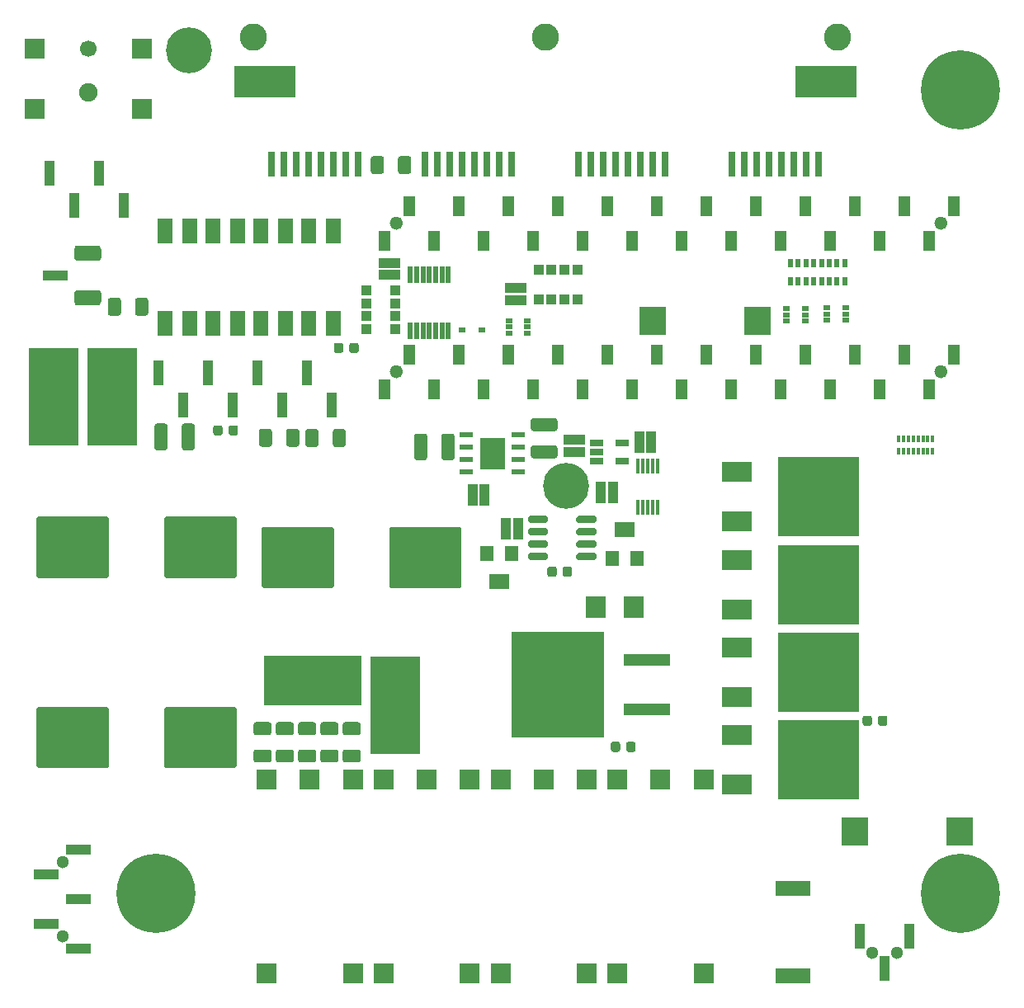
<source format=gbr>
%TF.GenerationSoftware,KiCad,Pcbnew,(5.1.6)-1*%
%TF.CreationDate,2020-09-14T21:14:26-07:00*%
%TF.ProjectId,Four Channel MHz LED Driver,466f7572-2043-4686-916e-6e656c204d48,rev?*%
%TF.SameCoordinates,Original*%
%TF.FileFunction,Soldermask,Top*%
%TF.FilePolarity,Negative*%
%FSLAX46Y46*%
G04 Gerber Fmt 4.6, Leading zero omitted, Abs format (unit mm)*
G04 Created by KiCad (PCBNEW (5.1.6)-1) date 2020-09-14 21:14:26*
%MOMM*%
%LPD*%
G01*
G04 APERTURE LIST*
%ADD10C,0.100000*%
%ADD11C,0.010000*%
%ADD12R,2.100000X2.100000*%
%ADD13C,1.900000*%
%ADD14C,1.700000*%
%ADD15C,4.720000*%
%ADD16R,0.550000X0.900000*%
%ADD17R,1.000000X1.000000*%
%ADD18C,8.100000*%
%ADD19R,1.100000X2.610000*%
%ADD20C,1.290000*%
%ADD21R,1.600000X2.600000*%
%ADD22R,0.380000X1.570000*%
%ADD23R,1.000000X2.270000*%
%ADD24R,2.610000X1.100000*%
%ADD25R,3.100000X2.100000*%
%ADD26R,8.300000X8.100000*%
%ADD27R,0.510000X1.670000*%
%ADD28R,2.270000X1.000000*%
%ADD29R,2.055800X2.259000*%
%ADD30R,0.700000X0.550000*%
%ADD31R,2.700000X2.900000*%
%ADD32R,0.354000X0.785800*%
%ADD33R,1.370000X1.649400*%
%ADD34R,2.106600X1.649400*%
%ADD35C,1.300000*%
%ADD36R,1.471600X0.582600*%
%ADD37R,2.513000X3.300400*%
%ADD38R,1.320000X0.750000*%
%ADD39R,9.500000X10.900000*%
%ADD40R,4.700000X1.200000*%
%ADD41C,2.790000*%
%ADD42R,6.320000X3.280000*%
%ADD43R,0.660000X2.640000*%
%ADD44R,0.750000X0.500000*%
%ADD45R,3.600000X1.600000*%
%ADD46R,5.100000X10.100000*%
%ADD47R,10.100000X5.100000*%
G04 APERTURE END LIST*
D10*
%TO.C,U12*%
X76226000Y-45168000D02*
G75*
G03*
X76226000Y-45168000I-646000J0D01*
G01*
D11*
G36*
X104229000Y-45943000D02*
G01*
X105351000Y-45943000D01*
X105351000Y-47950000D01*
X104229000Y-47950000D01*
X104229000Y-45943000D01*
G37*
X104229000Y-45943000D02*
X105351000Y-45943000D01*
X105351000Y-47950000D01*
X104229000Y-47950000D01*
X104229000Y-45943000D01*
G36*
X129629000Y-45943000D02*
G01*
X130751000Y-45943000D01*
X130751000Y-47950000D01*
X129629000Y-47950000D01*
X129629000Y-45943000D01*
G37*
X129629000Y-45943000D02*
X130751000Y-45943000D01*
X130751000Y-47950000D01*
X129629000Y-47950000D01*
X129629000Y-45943000D01*
G36*
X127089000Y-42387000D02*
G01*
X128211000Y-42387000D01*
X128211000Y-44394000D01*
X127089000Y-44394000D01*
X127089000Y-42387000D01*
G37*
X127089000Y-42387000D02*
X128211000Y-42387000D01*
X128211000Y-44394000D01*
X127089000Y-44394000D01*
X127089000Y-42387000D01*
G36*
X114389000Y-45943000D02*
G01*
X115511000Y-45943000D01*
X115511000Y-47950000D01*
X114389000Y-47950000D01*
X114389000Y-45943000D01*
G37*
X114389000Y-45943000D02*
X115511000Y-45943000D01*
X115511000Y-47950000D01*
X114389000Y-47950000D01*
X114389000Y-45943000D01*
G36*
X119469000Y-45943000D02*
G01*
X120591000Y-45943000D01*
X120591000Y-47950000D01*
X119469000Y-47950000D01*
X119469000Y-45943000D01*
G37*
X119469000Y-45943000D02*
X120591000Y-45943000D01*
X120591000Y-47950000D01*
X119469000Y-47950000D01*
X119469000Y-45943000D01*
G36*
X109309000Y-45943000D02*
G01*
X110431000Y-45943000D01*
X110431000Y-47950000D01*
X109309000Y-47950000D01*
X109309000Y-45943000D01*
G37*
X109309000Y-45943000D02*
X110431000Y-45943000D01*
X110431000Y-47950000D01*
X109309000Y-47950000D01*
X109309000Y-45943000D01*
G36*
X124549000Y-45943000D02*
G01*
X125671000Y-45943000D01*
X125671000Y-47950000D01*
X124549000Y-47950000D01*
X124549000Y-45943000D01*
G37*
X124549000Y-45943000D02*
X125671000Y-45943000D01*
X125671000Y-47950000D01*
X124549000Y-47950000D01*
X124549000Y-45943000D01*
G36*
X94069000Y-45943000D02*
G01*
X95191000Y-45943000D01*
X95191000Y-47950000D01*
X94069000Y-47950000D01*
X94069000Y-45943000D01*
G37*
X94069000Y-45943000D02*
X95191000Y-45943000D01*
X95191000Y-47950000D01*
X94069000Y-47950000D01*
X94069000Y-45943000D01*
G36*
X99149000Y-45943000D02*
G01*
X100271000Y-45943000D01*
X100271000Y-47950000D01*
X99149000Y-47950000D01*
X99149000Y-45943000D01*
G37*
X99149000Y-45943000D02*
X100271000Y-45943000D01*
X100271000Y-47950000D01*
X99149000Y-47950000D01*
X99149000Y-45943000D01*
D10*
X132106000Y-45168000D02*
G75*
G03*
X132106000Y-45168000I-646000J0D01*
G01*
D11*
G36*
X91529000Y-42387000D02*
G01*
X92651000Y-42387000D01*
X92651000Y-44394000D01*
X91529000Y-44394000D01*
X91529000Y-42387000D01*
G37*
X91529000Y-42387000D02*
X92651000Y-42387000D01*
X92651000Y-44394000D01*
X91529000Y-44394000D01*
X91529000Y-42387000D01*
G36*
X111849000Y-42387000D02*
G01*
X112971000Y-42387000D01*
X112971000Y-44394000D01*
X111849000Y-44394000D01*
X111849000Y-42387000D01*
G37*
X111849000Y-42387000D02*
X112971000Y-42387000D01*
X112971000Y-44394000D01*
X111849000Y-44394000D01*
X111849000Y-42387000D01*
G36*
X132169000Y-42387000D02*
G01*
X133291000Y-42387000D01*
X133291000Y-44394000D01*
X132169000Y-44394000D01*
X132169000Y-42387000D01*
G37*
X132169000Y-42387000D02*
X133291000Y-42387000D01*
X133291000Y-44394000D01*
X132169000Y-44394000D01*
X132169000Y-42387000D01*
G36*
X106769000Y-42387000D02*
G01*
X107891000Y-42387000D01*
X107891000Y-44394000D01*
X106769000Y-44394000D01*
X106769000Y-42387000D01*
G37*
X106769000Y-42387000D02*
X107891000Y-42387000D01*
X107891000Y-44394000D01*
X106769000Y-44394000D01*
X106769000Y-42387000D01*
G36*
X116929000Y-42387000D02*
G01*
X118051000Y-42387000D01*
X118051000Y-44394000D01*
X116929000Y-44394000D01*
X116929000Y-42387000D01*
G37*
X116929000Y-42387000D02*
X118051000Y-42387000D01*
X118051000Y-44394000D01*
X116929000Y-44394000D01*
X116929000Y-42387000D01*
G36*
X122009000Y-42387000D02*
G01*
X123131000Y-42387000D01*
X123131000Y-44394000D01*
X122009000Y-44394000D01*
X122009000Y-42387000D01*
G37*
X122009000Y-42387000D02*
X123131000Y-42387000D01*
X123131000Y-44394000D01*
X122009000Y-44394000D01*
X122009000Y-42387000D01*
G36*
X96609000Y-42387000D02*
G01*
X97731000Y-42387000D01*
X97731000Y-44394000D01*
X96609000Y-44394000D01*
X96609000Y-42387000D01*
G37*
X96609000Y-42387000D02*
X97731000Y-42387000D01*
X97731000Y-44394000D01*
X96609000Y-44394000D01*
X96609000Y-42387000D01*
G36*
X101689000Y-42387000D02*
G01*
X102811000Y-42387000D01*
X102811000Y-44394000D01*
X101689000Y-44394000D01*
X101689000Y-42387000D01*
G37*
X101689000Y-42387000D02*
X102811000Y-42387000D01*
X102811000Y-44394000D01*
X101689000Y-44394000D01*
X101689000Y-42387000D01*
G36*
X81369000Y-42387000D02*
G01*
X82491000Y-42387000D01*
X82491000Y-44394000D01*
X81369000Y-44394000D01*
X81369000Y-42387000D01*
G37*
X81369000Y-42387000D02*
X82491000Y-42387000D01*
X82491000Y-44394000D01*
X81369000Y-44394000D01*
X81369000Y-42387000D01*
G36*
X78829000Y-45943000D02*
G01*
X79951000Y-45943000D01*
X79951000Y-47950000D01*
X78829000Y-47950000D01*
X78829000Y-45943000D01*
G37*
X78829000Y-45943000D02*
X79951000Y-45943000D01*
X79951000Y-47950000D01*
X78829000Y-47950000D01*
X78829000Y-45943000D01*
G36*
X73749000Y-45943000D02*
G01*
X74871000Y-45943000D01*
X74871000Y-47950000D01*
X73749000Y-47950000D01*
X73749000Y-45943000D01*
G37*
X73749000Y-45943000D02*
X74871000Y-45943000D01*
X74871000Y-47950000D01*
X73749000Y-47950000D01*
X73749000Y-45943000D01*
G36*
X88989000Y-45943000D02*
G01*
X90111000Y-45943000D01*
X90111000Y-47950000D01*
X88989000Y-47950000D01*
X88989000Y-45943000D01*
G37*
X88989000Y-45943000D02*
X90111000Y-45943000D01*
X90111000Y-47950000D01*
X88989000Y-47950000D01*
X88989000Y-45943000D01*
G36*
X76289000Y-42387000D02*
G01*
X77411000Y-42387000D01*
X77411000Y-44394000D01*
X76289000Y-44394000D01*
X76289000Y-42387000D01*
G37*
X76289000Y-42387000D02*
X77411000Y-42387000D01*
X77411000Y-44394000D01*
X76289000Y-44394000D01*
X76289000Y-42387000D01*
G36*
X83909000Y-45943000D02*
G01*
X85031000Y-45943000D01*
X85031000Y-47950000D01*
X83909000Y-47950000D01*
X83909000Y-45943000D01*
G37*
X83909000Y-45943000D02*
X85031000Y-45943000D01*
X85031000Y-47950000D01*
X83909000Y-47950000D01*
X83909000Y-45943000D01*
G36*
X86449000Y-42387000D02*
G01*
X87571000Y-42387000D01*
X87571000Y-44394000D01*
X86449000Y-44394000D01*
X86449000Y-42387000D01*
G37*
X86449000Y-42387000D02*
X87571000Y-42387000D01*
X87571000Y-44394000D01*
X86449000Y-44394000D01*
X86449000Y-42387000D01*
D10*
X76226000Y-60408000D02*
G75*
G03*
X76226000Y-60408000I-646000J0D01*
G01*
X132106000Y-60408000D02*
G75*
G03*
X132106000Y-60408000I-646000J0D01*
G01*
D11*
G36*
X132169000Y-57627000D02*
G01*
X133291000Y-57627000D01*
X133291000Y-59634000D01*
X132169000Y-59634000D01*
X132169000Y-57627000D01*
G37*
X132169000Y-57627000D02*
X133291000Y-57627000D01*
X133291000Y-59634000D01*
X132169000Y-59634000D01*
X132169000Y-57627000D01*
G36*
X129629000Y-61183000D02*
G01*
X130751000Y-61183000D01*
X130751000Y-63190000D01*
X129629000Y-63190000D01*
X129629000Y-61183000D01*
G37*
X129629000Y-61183000D02*
X130751000Y-61183000D01*
X130751000Y-63190000D01*
X129629000Y-63190000D01*
X129629000Y-61183000D01*
G36*
X127089000Y-57627000D02*
G01*
X128211000Y-57627000D01*
X128211000Y-59634000D01*
X127089000Y-59634000D01*
X127089000Y-57627000D01*
G37*
X127089000Y-57627000D02*
X128211000Y-57627000D01*
X128211000Y-59634000D01*
X127089000Y-59634000D01*
X127089000Y-57627000D01*
G36*
X124549000Y-61183000D02*
G01*
X125671000Y-61183000D01*
X125671000Y-63190000D01*
X124549000Y-63190000D01*
X124549000Y-61183000D01*
G37*
X124549000Y-61183000D02*
X125671000Y-61183000D01*
X125671000Y-63190000D01*
X124549000Y-63190000D01*
X124549000Y-61183000D01*
G36*
X122009000Y-57627000D02*
G01*
X123131000Y-57627000D01*
X123131000Y-59634000D01*
X122009000Y-59634000D01*
X122009000Y-57627000D01*
G37*
X122009000Y-57627000D02*
X123131000Y-57627000D01*
X123131000Y-59634000D01*
X122009000Y-59634000D01*
X122009000Y-57627000D01*
G36*
X119469000Y-61183000D02*
G01*
X120591000Y-61183000D01*
X120591000Y-63190000D01*
X119469000Y-63190000D01*
X119469000Y-61183000D01*
G37*
X119469000Y-61183000D02*
X120591000Y-61183000D01*
X120591000Y-63190000D01*
X119469000Y-63190000D01*
X119469000Y-61183000D01*
G36*
X116929000Y-57627000D02*
G01*
X118051000Y-57627000D01*
X118051000Y-59634000D01*
X116929000Y-59634000D01*
X116929000Y-57627000D01*
G37*
X116929000Y-57627000D02*
X118051000Y-57627000D01*
X118051000Y-59634000D01*
X116929000Y-59634000D01*
X116929000Y-57627000D01*
G36*
X114389000Y-61183000D02*
G01*
X115511000Y-61183000D01*
X115511000Y-63190000D01*
X114389000Y-63190000D01*
X114389000Y-61183000D01*
G37*
X114389000Y-61183000D02*
X115511000Y-61183000D01*
X115511000Y-63190000D01*
X114389000Y-63190000D01*
X114389000Y-61183000D01*
G36*
X111849000Y-57627000D02*
G01*
X112971000Y-57627000D01*
X112971000Y-59634000D01*
X111849000Y-59634000D01*
X111849000Y-57627000D01*
G37*
X111849000Y-57627000D02*
X112971000Y-57627000D01*
X112971000Y-59634000D01*
X111849000Y-59634000D01*
X111849000Y-57627000D01*
G36*
X109309000Y-61183000D02*
G01*
X110431000Y-61183000D01*
X110431000Y-63190000D01*
X109309000Y-63190000D01*
X109309000Y-61183000D01*
G37*
X109309000Y-61183000D02*
X110431000Y-61183000D01*
X110431000Y-63190000D01*
X109309000Y-63190000D01*
X109309000Y-61183000D01*
G36*
X106769000Y-57627000D02*
G01*
X107891000Y-57627000D01*
X107891000Y-59634000D01*
X106769000Y-59634000D01*
X106769000Y-57627000D01*
G37*
X106769000Y-57627000D02*
X107891000Y-57627000D01*
X107891000Y-59634000D01*
X106769000Y-59634000D01*
X106769000Y-57627000D01*
G36*
X104229000Y-61183000D02*
G01*
X105351000Y-61183000D01*
X105351000Y-63190000D01*
X104229000Y-63190000D01*
X104229000Y-61183000D01*
G37*
X104229000Y-61183000D02*
X105351000Y-61183000D01*
X105351000Y-63190000D01*
X104229000Y-63190000D01*
X104229000Y-61183000D01*
G36*
X101689000Y-57627000D02*
G01*
X102811000Y-57627000D01*
X102811000Y-59634000D01*
X101689000Y-59634000D01*
X101689000Y-57627000D01*
G37*
X101689000Y-57627000D02*
X102811000Y-57627000D01*
X102811000Y-59634000D01*
X101689000Y-59634000D01*
X101689000Y-57627000D01*
G36*
X99149000Y-61183000D02*
G01*
X100271000Y-61183000D01*
X100271000Y-63190000D01*
X99149000Y-63190000D01*
X99149000Y-61183000D01*
G37*
X99149000Y-61183000D02*
X100271000Y-61183000D01*
X100271000Y-63190000D01*
X99149000Y-63190000D01*
X99149000Y-61183000D01*
G36*
X96609000Y-57627000D02*
G01*
X97731000Y-57627000D01*
X97731000Y-59634000D01*
X96609000Y-59634000D01*
X96609000Y-57627000D01*
G37*
X96609000Y-57627000D02*
X97731000Y-57627000D01*
X97731000Y-59634000D01*
X96609000Y-59634000D01*
X96609000Y-57627000D01*
G36*
X94069000Y-61183000D02*
G01*
X95191000Y-61183000D01*
X95191000Y-63190000D01*
X94069000Y-63190000D01*
X94069000Y-61183000D01*
G37*
X94069000Y-61183000D02*
X95191000Y-61183000D01*
X95191000Y-63190000D01*
X94069000Y-63190000D01*
X94069000Y-61183000D01*
G36*
X91529000Y-57627000D02*
G01*
X92651000Y-57627000D01*
X92651000Y-59634000D01*
X91529000Y-59634000D01*
X91529000Y-57627000D01*
G37*
X91529000Y-57627000D02*
X92651000Y-57627000D01*
X92651000Y-59634000D01*
X91529000Y-59634000D01*
X91529000Y-57627000D01*
G36*
X88989000Y-61183000D02*
G01*
X90111000Y-61183000D01*
X90111000Y-63190000D01*
X88989000Y-63190000D01*
X88989000Y-61183000D01*
G37*
X88989000Y-61183000D02*
X90111000Y-61183000D01*
X90111000Y-63190000D01*
X88989000Y-63190000D01*
X88989000Y-61183000D01*
G36*
X86449000Y-57627000D02*
G01*
X87571000Y-57627000D01*
X87571000Y-59634000D01*
X86449000Y-59634000D01*
X86449000Y-57627000D01*
G37*
X86449000Y-57627000D02*
X87571000Y-57627000D01*
X87571000Y-59634000D01*
X86449000Y-59634000D01*
X86449000Y-57627000D01*
G36*
X83909000Y-61183000D02*
G01*
X85031000Y-61183000D01*
X85031000Y-63190000D01*
X83909000Y-63190000D01*
X83909000Y-61183000D01*
G37*
X83909000Y-61183000D02*
X85031000Y-61183000D01*
X85031000Y-63190000D01*
X83909000Y-63190000D01*
X83909000Y-61183000D01*
G36*
X81369000Y-57627000D02*
G01*
X82491000Y-57627000D01*
X82491000Y-59634000D01*
X81369000Y-59634000D01*
X81369000Y-57627000D01*
G37*
X81369000Y-57627000D02*
X82491000Y-57627000D01*
X82491000Y-59634000D01*
X81369000Y-59634000D01*
X81369000Y-57627000D01*
G36*
X78829000Y-61183000D02*
G01*
X79951000Y-61183000D01*
X79951000Y-63190000D01*
X78829000Y-63190000D01*
X78829000Y-61183000D01*
G37*
X78829000Y-61183000D02*
X79951000Y-61183000D01*
X79951000Y-63190000D01*
X78829000Y-63190000D01*
X78829000Y-61183000D01*
G36*
X76289000Y-57627000D02*
G01*
X77411000Y-57627000D01*
X77411000Y-59634000D01*
X76289000Y-59634000D01*
X76289000Y-57627000D01*
G37*
X76289000Y-57627000D02*
X77411000Y-57627000D01*
X77411000Y-59634000D01*
X76289000Y-59634000D01*
X76289000Y-57627000D01*
G36*
X73749000Y-61183000D02*
G01*
X74871000Y-61183000D01*
X74871000Y-63190000D01*
X73749000Y-63190000D01*
X73749000Y-61183000D01*
G37*
X73749000Y-61183000D02*
X74871000Y-61183000D01*
X74871000Y-63190000D01*
X73749000Y-63190000D01*
X73749000Y-61183000D01*
%TD*%
D12*
%TO.C,J1*%
X38470000Y-27280000D03*
X38470000Y-33480000D03*
X49470000Y-33480000D03*
X49470000Y-27280000D03*
D13*
X43970000Y-31780000D03*
D14*
X43970000Y-27280000D03*
%TD*%
D15*
%TO.C,H9*%
X54300000Y-27410000D03*
%TD*%
%TO.C,H7*%
X93030000Y-72150000D03*
%TD*%
D16*
%TO.C,RN3*%
X116010000Y-49285000D03*
X116010000Y-51095000D03*
X116810000Y-49285000D03*
X116810000Y-51095000D03*
X117610000Y-49285000D03*
X117610000Y-51095000D03*
X118410000Y-49285000D03*
X118410000Y-51095000D03*
X119210000Y-49285000D03*
X119210000Y-51095000D03*
X120010000Y-49285000D03*
X120010000Y-51095000D03*
X120810000Y-49285000D03*
X120810000Y-51095000D03*
X121610000Y-49285000D03*
X121610000Y-51095000D03*
%TD*%
%TO.C,C3*%
G36*
G01*
X74870000Y-82453600D02*
X74870000Y-76506400D01*
G75*
G02*
X75046400Y-76330000I176400J0D01*
G01*
X82093600Y-76330000D01*
G75*
G02*
X82270000Y-76506400I0J-176400D01*
G01*
X82270000Y-82453600D01*
G75*
G02*
X82093600Y-82630000I-176400J0D01*
G01*
X75046400Y-82630000D01*
G75*
G02*
X74870000Y-82453600I0J176400D01*
G01*
G37*
G36*
G01*
X61770000Y-82453600D02*
X61770000Y-76506400D01*
G75*
G02*
X61946400Y-76330000I176400J0D01*
G01*
X68993600Y-76330000D01*
G75*
G02*
X69170000Y-76506400I0J-176400D01*
G01*
X69170000Y-82453600D01*
G75*
G02*
X68993600Y-82630000I-176400J0D01*
G01*
X61946400Y-82630000D01*
G75*
G02*
X61770000Y-82453600I0J176400D01*
G01*
G37*
%TD*%
%TO.C,C2*%
G36*
G01*
X46080000Y-94986400D02*
X46080000Y-100933600D01*
G75*
G02*
X45903600Y-101110000I-176400J0D01*
G01*
X38856400Y-101110000D01*
G75*
G02*
X38680000Y-100933600I0J176400D01*
G01*
X38680000Y-94986400D01*
G75*
G02*
X38856400Y-94810000I176400J0D01*
G01*
X45903600Y-94810000D01*
G75*
G02*
X46080000Y-94986400I0J-176400D01*
G01*
G37*
G36*
G01*
X59180000Y-94986400D02*
X59180000Y-100933600D01*
G75*
G02*
X59003600Y-101110000I-176400J0D01*
G01*
X51956400Y-101110000D01*
G75*
G02*
X51780000Y-100933600I0J176400D01*
G01*
X51780000Y-94986400D01*
G75*
G02*
X51956400Y-94810000I176400J0D01*
G01*
X59003600Y-94810000D01*
G75*
G02*
X59180000Y-94986400I0J-176400D01*
G01*
G37*
%TD*%
%TO.C,C1*%
G36*
G01*
X46080000Y-75476400D02*
X46080000Y-81423600D01*
G75*
G02*
X45903600Y-81600000I-176400J0D01*
G01*
X38856400Y-81600000D01*
G75*
G02*
X38680000Y-81423600I0J176400D01*
G01*
X38680000Y-75476400D01*
G75*
G02*
X38856400Y-75300000I176400J0D01*
G01*
X45903600Y-75300000D01*
G75*
G02*
X46080000Y-75476400I0J-176400D01*
G01*
G37*
G36*
G01*
X59180000Y-75476400D02*
X59180000Y-81423600D01*
G75*
G02*
X59003600Y-81600000I-176400J0D01*
G01*
X51956400Y-81600000D01*
G75*
G02*
X51780000Y-81423600I0J176400D01*
G01*
X51780000Y-75476400D01*
G75*
G02*
X51956400Y-75300000I176400J0D01*
G01*
X59003600Y-75300000D01*
G75*
G02*
X59180000Y-75476400I0J-176400D01*
G01*
G37*
%TD*%
D17*
%TO.C,RN2*%
X91510000Y-52990000D03*
X90170000Y-52990000D03*
X94170000Y-52990000D03*
X92830000Y-52990000D03*
X91510000Y-49990000D03*
X92830000Y-49990000D03*
X90170000Y-49990000D03*
X94170000Y-49990000D03*
%TD*%
D18*
%TO.C,H3*%
X133450000Y-31470000D03*
X133450000Y-113970000D03*
X50950000Y-113970000D03*
%TD*%
D19*
%TO.C,U3*%
X66410000Y-60520000D03*
X61330000Y-60520000D03*
X56250000Y-60520000D03*
X51170000Y-60520000D03*
X68950000Y-63830000D03*
X63870000Y-63830000D03*
X58790000Y-63830000D03*
X53710000Y-63830000D03*
%TD*%
%TO.C,U7*%
G36*
G01*
X91155000Y-79205000D02*
X91155000Y-79555000D01*
G75*
G02*
X90980000Y-79730000I-175000J0D01*
G01*
X89280000Y-79730000D01*
G75*
G02*
X89105000Y-79555000I0J175000D01*
G01*
X89105000Y-79205000D01*
G75*
G02*
X89280000Y-79030000I175000J0D01*
G01*
X90980000Y-79030000D01*
G75*
G02*
X91155000Y-79205000I0J-175000D01*
G01*
G37*
G36*
G01*
X91155000Y-77935000D02*
X91155000Y-78285000D01*
G75*
G02*
X90980000Y-78460000I-175000J0D01*
G01*
X89280000Y-78460000D01*
G75*
G02*
X89105000Y-78285000I0J175000D01*
G01*
X89105000Y-77935000D01*
G75*
G02*
X89280000Y-77760000I175000J0D01*
G01*
X90980000Y-77760000D01*
G75*
G02*
X91155000Y-77935000I0J-175000D01*
G01*
G37*
G36*
G01*
X91155000Y-76665000D02*
X91155000Y-77015000D01*
G75*
G02*
X90980000Y-77190000I-175000J0D01*
G01*
X89280000Y-77190000D01*
G75*
G02*
X89105000Y-77015000I0J175000D01*
G01*
X89105000Y-76665000D01*
G75*
G02*
X89280000Y-76490000I175000J0D01*
G01*
X90980000Y-76490000D01*
G75*
G02*
X91155000Y-76665000I0J-175000D01*
G01*
G37*
G36*
G01*
X91155000Y-75395000D02*
X91155000Y-75745000D01*
G75*
G02*
X90980000Y-75920000I-175000J0D01*
G01*
X89280000Y-75920000D01*
G75*
G02*
X89105000Y-75745000I0J175000D01*
G01*
X89105000Y-75395000D01*
G75*
G02*
X89280000Y-75220000I175000J0D01*
G01*
X90980000Y-75220000D01*
G75*
G02*
X91155000Y-75395000I0J-175000D01*
G01*
G37*
G36*
G01*
X96105000Y-75395000D02*
X96105000Y-75745000D01*
G75*
G02*
X95930000Y-75920000I-175000J0D01*
G01*
X94230000Y-75920000D01*
G75*
G02*
X94055000Y-75745000I0J175000D01*
G01*
X94055000Y-75395000D01*
G75*
G02*
X94230000Y-75220000I175000J0D01*
G01*
X95930000Y-75220000D01*
G75*
G02*
X96105000Y-75395000I0J-175000D01*
G01*
G37*
G36*
G01*
X96105000Y-76665000D02*
X96105000Y-77015000D01*
G75*
G02*
X95930000Y-77190000I-175000J0D01*
G01*
X94230000Y-77190000D01*
G75*
G02*
X94055000Y-77015000I0J175000D01*
G01*
X94055000Y-76665000D01*
G75*
G02*
X94230000Y-76490000I175000J0D01*
G01*
X95930000Y-76490000D01*
G75*
G02*
X96105000Y-76665000I0J-175000D01*
G01*
G37*
G36*
G01*
X96105000Y-77935000D02*
X96105000Y-78285000D01*
G75*
G02*
X95930000Y-78460000I-175000J0D01*
G01*
X94230000Y-78460000D01*
G75*
G02*
X94055000Y-78285000I0J175000D01*
G01*
X94055000Y-77935000D01*
G75*
G02*
X94230000Y-77760000I175000J0D01*
G01*
X95930000Y-77760000D01*
G75*
G02*
X96105000Y-77935000I0J-175000D01*
G01*
G37*
G36*
G01*
X96105000Y-79205000D02*
X96105000Y-79555000D01*
G75*
G02*
X95930000Y-79730000I-175000J0D01*
G01*
X94230000Y-79730000D01*
G75*
G02*
X94055000Y-79555000I0J175000D01*
G01*
X94055000Y-79205000D01*
G75*
G02*
X94230000Y-79030000I175000J0D01*
G01*
X95930000Y-79030000D01*
G75*
G02*
X96105000Y-79205000I0J-175000D01*
G01*
G37*
%TD*%
D20*
%TO.C,U12*%
X75580000Y-60408000D03*
X131460000Y-60408000D03*
X75580000Y-45168000D03*
X131460000Y-45168000D03*
%TD*%
D21*
%TO.C,U11*%
X66560000Y-45930000D03*
X69100000Y-45930000D03*
X69100000Y-55430000D03*
X66560000Y-55430000D03*
%TD*%
%TO.C,U10*%
X61670000Y-45930000D03*
X64210000Y-45930000D03*
X64210000Y-55430000D03*
X61670000Y-55430000D03*
%TD*%
%TO.C,U9*%
X56780000Y-45930000D03*
X59320000Y-45930000D03*
X59320000Y-55430000D03*
X56780000Y-55430000D03*
%TD*%
%TO.C,U8*%
X51890000Y-45930000D03*
X54430000Y-45930000D03*
X54430000Y-55430000D03*
X51890000Y-55430000D03*
%TD*%
D22*
%TO.C,U4*%
X102360000Y-70070000D03*
X101860000Y-70070000D03*
X101360000Y-70070000D03*
X100860000Y-70070000D03*
X100360000Y-70070000D03*
X100360000Y-74370000D03*
X100860000Y-74370000D03*
X101360000Y-74370000D03*
X101860000Y-74370000D03*
X102360000Y-74370000D03*
%TD*%
D23*
%TO.C,C16*%
X101740000Y-67640000D03*
X100520000Y-67640000D03*
%TD*%
D24*
%TO.C,U1*%
X43920000Y-53080000D03*
X43920000Y-48000000D03*
X40610000Y-50540000D03*
%TD*%
D25*
%TO.C,R6*%
X110510000Y-102810000D03*
X110510000Y-97730000D03*
D26*
X118910000Y-100270000D03*
%TD*%
D25*
%TO.C,R5*%
X110510000Y-93810000D03*
X110510000Y-88730000D03*
D26*
X118910000Y-91270000D03*
%TD*%
D25*
%TO.C,R4*%
X110510000Y-84800000D03*
X110510000Y-79720000D03*
D26*
X118910000Y-82260000D03*
%TD*%
D25*
%TO.C,R3*%
X110520000Y-75810000D03*
X110520000Y-70730000D03*
D26*
X118920000Y-73270000D03*
%TD*%
D27*
%TO.C,U2*%
X77030000Y-56200000D03*
X77680000Y-56200000D03*
X78330000Y-56200000D03*
X78980000Y-56200000D03*
X79630000Y-56200000D03*
X80280000Y-56200000D03*
X80930000Y-56200000D03*
X80930000Y-50460000D03*
X80280000Y-50460000D03*
X79630000Y-50460000D03*
X78980000Y-50460000D03*
X78330000Y-50460000D03*
X77680000Y-50460000D03*
X77030000Y-50460000D03*
%TD*%
%TO.C,C4*%
G36*
G01*
X62505000Y-97735000D02*
X61195000Y-97735000D01*
G75*
G02*
X60925000Y-97465000I0J270000D01*
G01*
X60925000Y-96655000D01*
G75*
G02*
X61195000Y-96385000I270000J0D01*
G01*
X62505000Y-96385000D01*
G75*
G02*
X62775000Y-96655000I0J-270000D01*
G01*
X62775000Y-97465000D01*
G75*
G02*
X62505000Y-97735000I-270000J0D01*
G01*
G37*
G36*
G01*
X62505000Y-100535000D02*
X61195000Y-100535000D01*
G75*
G02*
X60925000Y-100265000I0J270000D01*
G01*
X60925000Y-99455000D01*
G75*
G02*
X61195000Y-99185000I270000J0D01*
G01*
X62505000Y-99185000D01*
G75*
G02*
X62775000Y-99455000I0J-270000D01*
G01*
X62775000Y-100265000D01*
G75*
G02*
X62505000Y-100535000I-270000J0D01*
G01*
G37*
%TD*%
%TO.C,C10*%
G36*
G01*
X47325000Y-53095000D02*
X47325000Y-54405000D01*
G75*
G02*
X47055000Y-54675000I-270000J0D01*
G01*
X46245000Y-54675000D01*
G75*
G02*
X45975000Y-54405000I0J270000D01*
G01*
X45975000Y-53095000D01*
G75*
G02*
X46245000Y-52825000I270000J0D01*
G01*
X47055000Y-52825000D01*
G75*
G02*
X47325000Y-53095000I0J-270000D01*
G01*
G37*
G36*
G01*
X50125000Y-53095000D02*
X50125000Y-54405000D01*
G75*
G02*
X49855000Y-54675000I-270000J0D01*
G01*
X49045000Y-54675000D01*
G75*
G02*
X48775000Y-54405000I0J270000D01*
G01*
X48775000Y-53095000D01*
G75*
G02*
X49045000Y-52825000I270000J0D01*
G01*
X49855000Y-52825000D01*
G75*
G02*
X50125000Y-53095000I0J-270000D01*
G01*
G37*
%TD*%
%TO.C,C14*%
G36*
G01*
X62825000Y-66535000D02*
X62825000Y-67845000D01*
G75*
G02*
X62555000Y-68115000I-270000J0D01*
G01*
X61745000Y-68115000D01*
G75*
G02*
X61475000Y-67845000I0J270000D01*
G01*
X61475000Y-66535000D01*
G75*
G02*
X61745000Y-66265000I270000J0D01*
G01*
X62555000Y-66265000D01*
G75*
G02*
X62825000Y-66535000I0J-270000D01*
G01*
G37*
G36*
G01*
X65625000Y-66535000D02*
X65625000Y-67845000D01*
G75*
G02*
X65355000Y-68115000I-270000J0D01*
G01*
X64545000Y-68115000D01*
G75*
G02*
X64275000Y-67845000I0J270000D01*
G01*
X64275000Y-66535000D01*
G75*
G02*
X64545000Y-66265000I270000J0D01*
G01*
X65355000Y-66265000D01*
G75*
G02*
X65625000Y-66535000I0J-270000D01*
G01*
G37*
%TD*%
D28*
%TO.C,C17*%
X93810000Y-68630000D03*
X93810000Y-67410000D03*
%TD*%
D23*
%TO.C,C18*%
X83400000Y-73080000D03*
X84620000Y-73080000D03*
%TD*%
D28*
%TO.C,C15*%
X87800000Y-53060000D03*
X87800000Y-51840000D03*
%TD*%
%TO.C,C11*%
G36*
G01*
X70152500Y-57688750D02*
X70152500Y-58251250D01*
G75*
G02*
X69908750Y-58495000I-243750J0D01*
G01*
X69421250Y-58495000D01*
G75*
G02*
X69177500Y-58251250I0J243750D01*
G01*
X69177500Y-57688750D01*
G75*
G02*
X69421250Y-57445000I243750J0D01*
G01*
X69908750Y-57445000D01*
G75*
G02*
X70152500Y-57688750I0J-243750D01*
G01*
G37*
G36*
G01*
X71727500Y-57688750D02*
X71727500Y-58251250D01*
G75*
G02*
X71483750Y-58495000I-243750J0D01*
G01*
X70996250Y-58495000D01*
G75*
G02*
X70752500Y-58251250I0J243750D01*
G01*
X70752500Y-57688750D01*
G75*
G02*
X70996250Y-57445000I243750J0D01*
G01*
X71483750Y-57445000D01*
G75*
G02*
X71727500Y-57688750I0J-243750D01*
G01*
G37*
%TD*%
%TO.C,C12*%
G36*
G01*
X57767500Y-66158750D02*
X57767500Y-66721250D01*
G75*
G02*
X57523750Y-66965000I-243750J0D01*
G01*
X57036250Y-66965000D01*
G75*
G02*
X56792500Y-66721250I0J243750D01*
G01*
X56792500Y-66158750D01*
G75*
G02*
X57036250Y-65915000I243750J0D01*
G01*
X57523750Y-65915000D01*
G75*
G02*
X57767500Y-66158750I0J-243750D01*
G01*
G37*
G36*
G01*
X59342500Y-66158750D02*
X59342500Y-66721250D01*
G75*
G02*
X59098750Y-66965000I-243750J0D01*
G01*
X58611250Y-66965000D01*
G75*
G02*
X58367500Y-66721250I0J243750D01*
G01*
X58367500Y-66158750D01*
G75*
G02*
X58611250Y-65915000I243750J0D01*
G01*
X59098750Y-65915000D01*
G75*
G02*
X59342500Y-66158750I0J-243750D01*
G01*
G37*
%TD*%
D29*
%TO.C,D5*%
X99960000Y-84610000D03*
X96023000Y-84610000D03*
%TD*%
D30*
%TO.C,D4*%
X82290000Y-56090000D03*
X84390000Y-56090000D03*
%TD*%
%TO.C,JP3*%
G36*
G01*
X75765000Y-39855000D02*
X75765000Y-38545000D01*
G75*
G02*
X76035000Y-38275000I270000J0D01*
G01*
X76845000Y-38275000D01*
G75*
G02*
X77115000Y-38545000I0J-270000D01*
G01*
X77115000Y-39855000D01*
G75*
G02*
X76845000Y-40125000I-270000J0D01*
G01*
X76035000Y-40125000D01*
G75*
G02*
X75765000Y-39855000I0J270000D01*
G01*
G37*
G36*
G01*
X72965000Y-39855000D02*
X72965000Y-38545000D01*
G75*
G02*
X73235000Y-38275000I270000J0D01*
G01*
X74045000Y-38275000D01*
G75*
G02*
X74315000Y-38545000I0J-270000D01*
G01*
X74315000Y-39855000D01*
G75*
G02*
X74045000Y-40125000I-270000J0D01*
G01*
X73235000Y-40125000D01*
G75*
G02*
X72965000Y-39855000I0J270000D01*
G01*
G37*
%TD*%
D31*
%TO.C,JP5*%
X122650000Y-107580000D03*
X133350000Y-107580000D03*
%TD*%
%TO.C,JP2*%
G36*
G01*
X45036482Y-49015000D02*
X42823518Y-49015000D01*
G75*
G02*
X42555000Y-48746482I0J268518D01*
G01*
X42555000Y-47833518D01*
G75*
G02*
X42823518Y-47565000I268518J0D01*
G01*
X45036482Y-47565000D01*
G75*
G02*
X45305000Y-47833518I0J-268518D01*
G01*
X45305000Y-48746482D01*
G75*
G02*
X45036482Y-49015000I-268518J0D01*
G01*
G37*
G36*
G01*
X45036482Y-53515000D02*
X42823518Y-53515000D01*
G75*
G02*
X42555000Y-53246482I0J268518D01*
G01*
X42555000Y-52333518D01*
G75*
G02*
X42823518Y-52065000I268518J0D01*
G01*
X45036482Y-52065000D01*
G75*
G02*
X45305000Y-52333518I0J-268518D01*
G01*
X45305000Y-53246482D01*
G75*
G02*
X45036482Y-53515000I-268518J0D01*
G01*
G37*
%TD*%
%TO.C,R1*%
G36*
G01*
X89645000Y-67975000D02*
X91855000Y-67975000D01*
G75*
G02*
X92125000Y-68245000I0J-270000D01*
G01*
X92125000Y-69055000D01*
G75*
G02*
X91855000Y-69325000I-270000J0D01*
G01*
X89645000Y-69325000D01*
G75*
G02*
X89375000Y-69055000I0J270000D01*
G01*
X89375000Y-68245000D01*
G75*
G02*
X89645000Y-67975000I270000J0D01*
G01*
G37*
G36*
G01*
X89645000Y-65175000D02*
X91855000Y-65175000D01*
G75*
G02*
X92125000Y-65445000I0J-270000D01*
G01*
X92125000Y-66255000D01*
G75*
G02*
X91855000Y-66525000I-270000J0D01*
G01*
X89645000Y-66525000D01*
G75*
G02*
X89375000Y-66255000I0J270000D01*
G01*
X89375000Y-65445000D01*
G75*
G02*
X89645000Y-65175000I270000J0D01*
G01*
G37*
%TD*%
%TO.C,R2*%
G36*
G01*
X80205000Y-69235000D02*
X80205000Y-67025000D01*
G75*
G02*
X80475000Y-66755000I270000J0D01*
G01*
X81285000Y-66755000D01*
G75*
G02*
X81555000Y-67025000I0J-270000D01*
G01*
X81555000Y-69235000D01*
G75*
G02*
X81285000Y-69505000I-270000J0D01*
G01*
X80475000Y-69505000D01*
G75*
G02*
X80205000Y-69235000I0J270000D01*
G01*
G37*
G36*
G01*
X77405000Y-69235000D02*
X77405000Y-67025000D01*
G75*
G02*
X77675000Y-66755000I270000J0D01*
G01*
X78485000Y-66755000D01*
G75*
G02*
X78755000Y-67025000I0J-270000D01*
G01*
X78755000Y-69235000D01*
G75*
G02*
X78485000Y-69505000I-270000J0D01*
G01*
X77675000Y-69505000D01*
G75*
G02*
X77405000Y-69235000I0J270000D01*
G01*
G37*
%TD*%
D32*
%TO.C,RN1*%
X130620003Y-67289600D03*
X130120001Y-67289600D03*
X129620002Y-67289600D03*
X129120001Y-67289600D03*
X128620001Y-67289600D03*
X128120003Y-67289600D03*
X127620001Y-67289600D03*
X127120002Y-67289600D03*
X127119999Y-68580000D03*
X127620001Y-68580000D03*
X128120000Y-68580000D03*
X128620001Y-68580000D03*
X129120001Y-68580000D03*
X129619999Y-68580000D03*
X130120001Y-68580000D03*
X130620000Y-68580000D03*
%TD*%
D33*
%TO.C,RV2*%
X87410000Y-79034400D03*
D34*
X86140000Y-81930000D03*
D33*
X84870000Y-79034400D03*
%TD*%
D35*
%TO.C,RV1*%
X126950000Y-120040000D03*
X124410000Y-120040000D03*
D19*
X128220000Y-118385000D03*
X123140000Y-118385000D03*
X125680000Y-121695000D03*
%TD*%
D35*
%TO.C,SW5*%
X41325000Y-118390000D03*
X41325000Y-110770000D03*
D24*
X42980000Y-119660000D03*
X42980000Y-114580000D03*
X42980000Y-109500000D03*
X39670000Y-117120000D03*
X39670000Y-112040000D03*
%TD*%
D12*
%TO.C,SW3*%
X86270000Y-122140000D03*
X95130000Y-122140000D03*
X90700000Y-102250000D03*
X86270000Y-102250000D03*
X95130000Y-102250000D03*
%TD*%
D36*
%TO.C,U5*%
X88117000Y-70715000D03*
X88117000Y-69445000D03*
X88117000Y-68175000D03*
X88117000Y-66905000D03*
X82783000Y-66905000D03*
X82783000Y-68175000D03*
X82783000Y-69445000D03*
X82783000Y-70715000D03*
D37*
X85450000Y-68810000D03*
%TD*%
D38*
%TO.C,U6*%
X98750000Y-67710000D03*
X98750000Y-69610000D03*
X96130000Y-69610000D03*
X96130000Y-68660000D03*
X96130000Y-67710000D03*
%TD*%
D39*
%TO.C,Q1*%
X92135000Y-92495000D03*
D40*
X101285000Y-89955000D03*
X101285000Y-95035000D03*
%TD*%
D41*
%TO.C,J3*%
X60882500Y-26090000D03*
X120822500Y-26090000D03*
X90852500Y-26090000D03*
D42*
X119632500Y-30680000D03*
X62072500Y-30680000D03*
D43*
X118915000Y-39130000D03*
X117645000Y-39130000D03*
X116375000Y-39130000D03*
X115105000Y-39130000D03*
X113835000Y-39130000D03*
X112565000Y-39130000D03*
X111295000Y-39130000D03*
X110025000Y-39130000D03*
X103170000Y-39130000D03*
X101900000Y-39130000D03*
X100630000Y-39130000D03*
X99360000Y-39130000D03*
X98090000Y-39130000D03*
X96820000Y-39130000D03*
X95550000Y-39130000D03*
X94280000Y-39130000D03*
X87425000Y-39130000D03*
X86155000Y-39130000D03*
X84885000Y-39130000D03*
X83615000Y-39130000D03*
X82345000Y-39130000D03*
X81075000Y-39130000D03*
X79805000Y-39130000D03*
X78535000Y-39130000D03*
X71680000Y-39130000D03*
X70410000Y-39130000D03*
X69140000Y-39130000D03*
X67870000Y-39130000D03*
X66600000Y-39130000D03*
X65330000Y-39130000D03*
X64060000Y-39130000D03*
X62790000Y-39130000D03*
%TD*%
%TO.C,TH2*%
G36*
G01*
X124400000Y-95958750D02*
X124400000Y-96521250D01*
G75*
G02*
X124156250Y-96765000I-243750J0D01*
G01*
X123668750Y-96765000D01*
G75*
G02*
X123425000Y-96521250I0J243750D01*
G01*
X123425000Y-95958750D01*
G75*
G02*
X123668750Y-95715000I243750J0D01*
G01*
X124156250Y-95715000D01*
G75*
G02*
X124400000Y-95958750I0J-243750D01*
G01*
G37*
G36*
G01*
X125975000Y-95958750D02*
X125975000Y-96521250D01*
G75*
G02*
X125731250Y-96765000I-243750J0D01*
G01*
X125243750Y-96765000D01*
G75*
G02*
X125000000Y-96521250I0J243750D01*
G01*
X125000000Y-95958750D01*
G75*
G02*
X125243750Y-95715000I243750J0D01*
G01*
X125731250Y-95715000D01*
G75*
G02*
X125975000Y-95958750I0J-243750D01*
G01*
G37*
%TD*%
D12*
%TO.C,SW4*%
X98260000Y-122140000D03*
X107120000Y-122140000D03*
X102690000Y-102250000D03*
X98260000Y-102250000D03*
X107120000Y-102250000D03*
%TD*%
D31*
%TO.C,JP4*%
X112630000Y-55220000D03*
X101930000Y-55220000D03*
%TD*%
D44*
%TO.C,D2*%
X115640000Y-55230000D03*
X115640000Y-53930000D03*
X117540000Y-54580000D03*
X115640000Y-54580000D03*
X117540000Y-53930000D03*
X117540000Y-55230000D03*
%TD*%
%TO.C,D1*%
X89030000Y-55180000D03*
X89030000Y-56480000D03*
X87130000Y-55830000D03*
X89030000Y-55830000D03*
X87130000Y-56480000D03*
X87130000Y-55180000D03*
%TD*%
D45*
%TO.C,BZ1*%
X116270000Y-113460000D03*
X116270000Y-122460000D03*
%TD*%
%TO.C,C8*%
G36*
G01*
X71665000Y-97735000D02*
X70355000Y-97735000D01*
G75*
G02*
X70085000Y-97465000I0J270000D01*
G01*
X70085000Y-96655000D01*
G75*
G02*
X70355000Y-96385000I270000J0D01*
G01*
X71665000Y-96385000D01*
G75*
G02*
X71935000Y-96655000I0J-270000D01*
G01*
X71935000Y-97465000D01*
G75*
G02*
X71665000Y-97735000I-270000J0D01*
G01*
G37*
G36*
G01*
X71665000Y-100535000D02*
X70355000Y-100535000D01*
G75*
G02*
X70085000Y-100265000I0J270000D01*
G01*
X70085000Y-99455000D01*
G75*
G02*
X70355000Y-99185000I270000J0D01*
G01*
X71665000Y-99185000D01*
G75*
G02*
X71935000Y-99455000I0J-270000D01*
G01*
X71935000Y-100265000D01*
G75*
G02*
X71665000Y-100535000I-270000J0D01*
G01*
G37*
%TD*%
D46*
%TO.C,JP1*%
X75470000Y-94610000D03*
D47*
X66970000Y-92110000D03*
%TD*%
D17*
%TO.C,RN4*%
X72490000Y-53380000D03*
X72490000Y-52040000D03*
X72490000Y-56040000D03*
X72490000Y-54700000D03*
X75490000Y-53380000D03*
X75490000Y-54700000D03*
X75490000Y-52040000D03*
X75490000Y-56040000D03*
%TD*%
D19*
%TO.C,M1*%
X45080000Y-40030000D03*
X40000000Y-40030000D03*
X47620000Y-43340000D03*
X42540000Y-43340000D03*
%TD*%
D46*
%TO.C,J2*%
X46390000Y-62990000D03*
X40390000Y-62990000D03*
%TD*%
D12*
%TO.C,SW2*%
X74270000Y-122140000D03*
X83130000Y-122140000D03*
X78700000Y-102250000D03*
X74270000Y-102250000D03*
X83130000Y-102250000D03*
%TD*%
%TO.C,SW1*%
X62270000Y-122140000D03*
X71130000Y-122140000D03*
X66700000Y-102250000D03*
X62270000Y-102250000D03*
X71130000Y-102250000D03*
%TD*%
%TO.C,TH1*%
G36*
G01*
X98562500Y-98638750D02*
X98562500Y-99201250D01*
G75*
G02*
X98318750Y-99445000I-243750J0D01*
G01*
X97831250Y-99445000D01*
G75*
G02*
X97587500Y-99201250I0J243750D01*
G01*
X97587500Y-98638750D01*
G75*
G02*
X97831250Y-98395000I243750J0D01*
G01*
X98318750Y-98395000D01*
G75*
G02*
X98562500Y-98638750I0J-243750D01*
G01*
G37*
G36*
G01*
X100137500Y-98638750D02*
X100137500Y-99201250D01*
G75*
G02*
X99893750Y-99445000I-243750J0D01*
G01*
X99406250Y-99445000D01*
G75*
G02*
X99162500Y-99201250I0J243750D01*
G01*
X99162500Y-98638750D01*
G75*
G02*
X99406250Y-98395000I243750J0D01*
G01*
X99893750Y-98395000D01*
G75*
G02*
X100137500Y-98638750I0J-243750D01*
G01*
G37*
%TD*%
D33*
%TO.C,RV3*%
X97740000Y-79545600D03*
D34*
X99010000Y-76650000D03*
D33*
X100280000Y-79545600D03*
%TD*%
%TO.C,L1*%
G36*
G01*
X53565000Y-68215000D02*
X53565000Y-66005000D01*
G75*
G02*
X53835000Y-65735000I270000J0D01*
G01*
X54645000Y-65735000D01*
G75*
G02*
X54915000Y-66005000I0J-270000D01*
G01*
X54915000Y-68215000D01*
G75*
G02*
X54645000Y-68485000I-270000J0D01*
G01*
X53835000Y-68485000D01*
G75*
G02*
X53565000Y-68215000I0J270000D01*
G01*
G37*
G36*
G01*
X50765000Y-68215000D02*
X50765000Y-66005000D01*
G75*
G02*
X51035000Y-65735000I270000J0D01*
G01*
X51845000Y-65735000D01*
G75*
G02*
X52115000Y-66005000I0J-270000D01*
G01*
X52115000Y-68215000D01*
G75*
G02*
X51845000Y-68485000I-270000J0D01*
G01*
X51035000Y-68485000D01*
G75*
G02*
X50765000Y-68215000I0J270000D01*
G01*
G37*
%TD*%
D44*
%TO.C,D3*%
X121670000Y-53830000D03*
X121670000Y-55130000D03*
X119770000Y-54480000D03*
X121670000Y-54480000D03*
X119770000Y-55130000D03*
X119770000Y-53830000D03*
%TD*%
D28*
%TO.C,C9*%
X74890000Y-50460000D03*
X74890000Y-49240000D03*
%TD*%
%TO.C,C21*%
G36*
G01*
X92652500Y-81221250D02*
X92652500Y-80658750D01*
G75*
G02*
X92896250Y-80415000I243750J0D01*
G01*
X93383750Y-80415000D01*
G75*
G02*
X93627500Y-80658750I0J-243750D01*
G01*
X93627500Y-81221250D01*
G75*
G02*
X93383750Y-81465000I-243750J0D01*
G01*
X92896250Y-81465000D01*
G75*
G02*
X92652500Y-81221250I0J243750D01*
G01*
G37*
G36*
G01*
X91077500Y-81221250D02*
X91077500Y-80658750D01*
G75*
G02*
X91321250Y-80415000I243750J0D01*
G01*
X91808750Y-80415000D01*
G75*
G02*
X92052500Y-80658750I0J-243750D01*
G01*
X92052500Y-81221250D01*
G75*
G02*
X91808750Y-81465000I-243750J0D01*
G01*
X91321250Y-81465000D01*
G75*
G02*
X91077500Y-81221250I0J243750D01*
G01*
G37*
%TD*%
D23*
%TO.C,C20*%
X96590000Y-72820000D03*
X97810000Y-72820000D03*
%TD*%
%TO.C,C19*%
X88070000Y-76540000D03*
X86850000Y-76540000D03*
%TD*%
%TO.C,C13*%
G36*
G01*
X67605000Y-66565000D02*
X67605000Y-67875000D01*
G75*
G02*
X67335000Y-68145000I-270000J0D01*
G01*
X66525000Y-68145000D01*
G75*
G02*
X66255000Y-67875000I0J270000D01*
G01*
X66255000Y-66565000D01*
G75*
G02*
X66525000Y-66295000I270000J0D01*
G01*
X67335000Y-66295000D01*
G75*
G02*
X67605000Y-66565000I0J-270000D01*
G01*
G37*
G36*
G01*
X70405000Y-66565000D02*
X70405000Y-67875000D01*
G75*
G02*
X70135000Y-68145000I-270000J0D01*
G01*
X69325000Y-68145000D01*
G75*
G02*
X69055000Y-67875000I0J270000D01*
G01*
X69055000Y-66565000D01*
G75*
G02*
X69325000Y-66295000I270000J0D01*
G01*
X70135000Y-66295000D01*
G75*
G02*
X70405000Y-66565000I0J-270000D01*
G01*
G37*
%TD*%
%TO.C,C7*%
G36*
G01*
X69375000Y-97735000D02*
X68065000Y-97735000D01*
G75*
G02*
X67795000Y-97465000I0J270000D01*
G01*
X67795000Y-96655000D01*
G75*
G02*
X68065000Y-96385000I270000J0D01*
G01*
X69375000Y-96385000D01*
G75*
G02*
X69645000Y-96655000I0J-270000D01*
G01*
X69645000Y-97465000D01*
G75*
G02*
X69375000Y-97735000I-270000J0D01*
G01*
G37*
G36*
G01*
X69375000Y-100535000D02*
X68065000Y-100535000D01*
G75*
G02*
X67795000Y-100265000I0J270000D01*
G01*
X67795000Y-99455000D01*
G75*
G02*
X68065000Y-99185000I270000J0D01*
G01*
X69375000Y-99185000D01*
G75*
G02*
X69645000Y-99455000I0J-270000D01*
G01*
X69645000Y-100265000D01*
G75*
G02*
X69375000Y-100535000I-270000J0D01*
G01*
G37*
%TD*%
%TO.C,C6*%
G36*
G01*
X67085000Y-97735000D02*
X65775000Y-97735000D01*
G75*
G02*
X65505000Y-97465000I0J270000D01*
G01*
X65505000Y-96655000D01*
G75*
G02*
X65775000Y-96385000I270000J0D01*
G01*
X67085000Y-96385000D01*
G75*
G02*
X67355000Y-96655000I0J-270000D01*
G01*
X67355000Y-97465000D01*
G75*
G02*
X67085000Y-97735000I-270000J0D01*
G01*
G37*
G36*
G01*
X67085000Y-100535000D02*
X65775000Y-100535000D01*
G75*
G02*
X65505000Y-100265000I0J270000D01*
G01*
X65505000Y-99455000D01*
G75*
G02*
X65775000Y-99185000I270000J0D01*
G01*
X67085000Y-99185000D01*
G75*
G02*
X67355000Y-99455000I0J-270000D01*
G01*
X67355000Y-100265000D01*
G75*
G02*
X67085000Y-100535000I-270000J0D01*
G01*
G37*
%TD*%
%TO.C,C5*%
G36*
G01*
X64795000Y-97735000D02*
X63485000Y-97735000D01*
G75*
G02*
X63215000Y-97465000I0J270000D01*
G01*
X63215000Y-96655000D01*
G75*
G02*
X63485000Y-96385000I270000J0D01*
G01*
X64795000Y-96385000D01*
G75*
G02*
X65065000Y-96655000I0J-270000D01*
G01*
X65065000Y-97465000D01*
G75*
G02*
X64795000Y-97735000I-270000J0D01*
G01*
G37*
G36*
G01*
X64795000Y-100535000D02*
X63485000Y-100535000D01*
G75*
G02*
X63215000Y-100265000I0J270000D01*
G01*
X63215000Y-99455000D01*
G75*
G02*
X63485000Y-99185000I270000J0D01*
G01*
X64795000Y-99185000D01*
G75*
G02*
X65065000Y-99455000I0J-270000D01*
G01*
X65065000Y-100265000D01*
G75*
G02*
X64795000Y-100535000I-270000J0D01*
G01*
G37*
%TD*%
M02*

</source>
